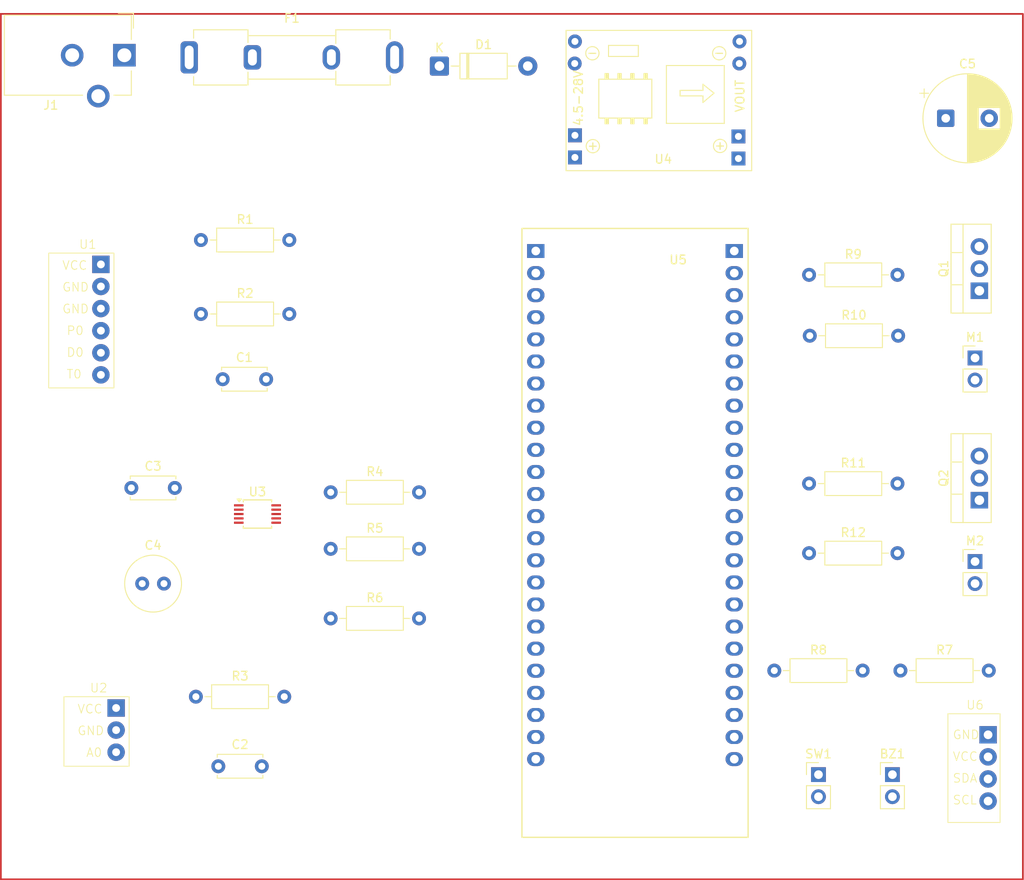
<source format=kicad_pcb>
(kicad_pcb (version 20241229) (generator "pcbnew") (generator_version "9.0")
  (layers (0 "F.Cu" signal) (2 "B.Cu" signal) (13 "F.Paste" user) (15 "B.Paste" user) (5 "F.SilkS" user "F.Silkscreen") (7 "B.SilkS" user "B.Silkscreen") (1 "F.Mask" user) (3 "B.Mask" user) (25 "Edge.Cuts" user))
  (net 0 "")
  (net 1 "GND")
  (net 2 "Net-(U3-AIN0)")
  (net 3 "Net-(U2-A0)")
  (net 4 "Net-(U3-VDD)")
  (net 5 "Net-(D1-K)")
  (net 6 "Net-(D1-A)")
  (net 7 "Net-(M1--)")
  (net 8 "Net-(Q1-G)")
  (net 9 "Net-(Q2-G)")
  (net 10 "Net-(M2--)")
  (net 11 "Net-(U1-P0)")
  (net 12 "Net-(U3-AIN1)")
  (net 13 "Net-(U3-ALERT{slash}RDY)")
  (net 14 "Net-(U3-SCL)")
  (net 15 "Net-(U3-SDA)")
  (net 16 "Net-(U5-63_IOR5A)")
  (net 17 "Net-(BZ1-+)")
  (net 18 "Net-(U5-72_IOT39B)")
  (net 19 "Net-(U5-73_IOT39A)")
  (net 20 "Net-(U5-71_IOT41A)")
  (net 21 "Net-(U5-70_IOT41B)")
  (net 45 "Net-(U5-81_IOT11B_1V8)")
  (net 50 "Net-(U5-82_IOT11A_1V8)")
  (net 63 "Net-(U4-IN-)")
  (net 64 "Net-(F1-Pad1)")
  (footprint "Connector_PinHeader_2.54mm:PinHeader_1x02_P2.54mm_Vertical" (layer "F.Cu") (at 160.5 121.46)
    (property "Reference" "SW1" (at 0 -2.38 0) (layer "F.SilkS"))
    (property "Value" "Button")
    (pad "1" thru_hole rect (at 0 0) (size 1.7 1.7) (drill 1) (layers "*.Cu" "*.Mask") (net 19 "Net-(U5-73_IOT39A)"))
    (pad "2" thru_hole circle (at 0 2.54) (size 1.7 1.7) (drill 1) (layers "*.Cu" "*.Mask") (net 1 "GND"))
  )
  (footprint "Resistor_THT:R_Axial_DIN0207_L6.3mm_D2.5mm_P10.16mm_Horizontal" (layer "F.Cu") (at 104.42 95.5)
    (property "Reference" "R5" (at 5.08 -2.37 0) (layer "F.SilkS"))
    (property "Value" "4.7k")
    (pad "1" thru_hole circle (at 0 0) (size 1.6 1.6) (drill 0.8) (layers "*.Cu" "*.Mask") (net 4 "Net-(U3-VDD)"))
    (pad "2" thru_hole circle (at 10.16 0) (size 1.6 1.6) (drill 0.8) (layers "*.Cu" "*.Mask") (net 14 "Net-(U3-SCL)"))
  )
  (footprint "Resistor_THT:R_Axial_DIN0207_L6.3mm_D2.5mm_P10.16mm_Horizontal" (layer "F.Cu") (at 169.92 109.5)
    (property "Reference" "R7" (at 5.08 -2.37 0) (layer "F.SilkS"))
    (property "Value" "100")
    (pad "1" thru_hole circle (at 0 0) (size 1.6 1.6) (drill 0.8) (layers "*.Cu" "*.Mask") (net 16 "Net-(U5-63_IOR5A)"))
    (pad "2" thru_hole circle (at 10.16 0) (size 1.6 1.6) (drill 0.8) (layers "*.Cu" "*.Mask") (net 17 "Net-(BZ1-+)"))
  )
  (footprint "Resistor_THT:R_Axial_DIN0207_L6.3mm_D2.5mm_P10.16mm_Horizontal" (layer "F.Cu") (at 155.42 109.5)
    (property "Reference" "R8" (at 5.08 -2.37 0) (layer "F.SilkS"))
    (property "Value" "10k")
    (pad "1" thru_hole circle (at 0 0) (size 1.6 1.6) (drill 0.8) (layers "*.Cu" "*.Mask") (net 18 "Net-(U5-72_IOT39B)"))
    (pad "2" thru_hole circle (at 10.16 0) (size 1.6 1.6) (drill 0.8) (layers "*.Cu" "*.Mask") (net 19 "Net-(U5-73_IOT39A)"))
  )
  (footprint "Connector_BarrelJack:BarrelJack_CUI_PJ-102AH_Horizontal" (layer "F.Cu") (at 80.7 38.75 -90)
    (property "Reference" "J1" (at 5.75 8.45 0) (layer "F.SilkS"))
    (property "Value" "Barrel_Jack_Switch")
    (pad "1" thru_hole rect (at 0 0 270) (size 2.6 2.6) (drill 1.6) (layers "*.Cu" "*.Mask") (net 64 "Net-(F1-Pad1)"))
    (pad "2" thru_hole circle (at 0 6 270) (size 2.6 2.6) (drill 1.6) (layers "*.Cu" "*.Mask") (net 63 "Net-(U4-IN-)"))
    (pad "3" thru_hole circle (at 4.7 3 270) (size 2.6 2.6) (drill 1.6) (layers "*.Cu" "*.Mask"))
  )
  (footprint "Resistor_THT:R_Axial_DIN0207_L6.3mm_D2.5mm_P10.16mm_Horizontal" (layer "F.Cu") (at 159.5 71)
    (property "Reference" "R10" (at 5.08 -2.37 0) (layer "F.SilkS"))
    (property "Value" "10k")
    (pad "1" thru_hole circle (at 0 0) (size 1.6 1.6) (drill 0.8) (layers "*.Cu" "*.Mask") (net 1 "GND"))
    (pad "2" thru_hole circle (at 10.16 0) (size 1.6 1.6) (drill 0.8) (layers "*.Cu" "*.Mask") (net 8 "Net-(Q1-G)"))
  )
  (footprint "Resistor_THT:R_Axial_DIN0207_L6.3mm_D2.5mm_P10.16mm_Horizontal" (layer "F.Cu") (at 159.42 64)
    (property "Reference" "R9" (at 5.08 -2.37 0) (layer "F.SilkS"))
    (property "Value" "100")
    (pad "1" thru_hole circle (at 0 0) (size 1.6 1.6) (drill 0.8) (layers "*.Cu" "*.Mask") (net 20 "Net-(U5-71_IOT41A)"))
    (pad "2" thru_hole circle (at 10.16 0) (size 1.6 1.6) (drill 0.8) (layers "*.Cu" "*.Mask") (net 8 "Net-(Q1-G)"))
  )
  (footprint "Resistor_THT:R_Axial_DIN0207_L6.3mm_D2.5mm_P10.16mm_Horizontal" (layer "F.Cu") (at 104.42 103.5)
    (property "Reference" "R6" (at 5.08 -2.37 0) (layer "F.SilkS"))
    (property "Value" "4.7k")
    (pad "1" thru_hole circle (at 0 0) (size 1.6 1.6) (drill 0.8) (layers "*.Cu" "*.Mask") (net 15 "Net-(U3-SDA)"))
    (pad "2" thru_hole circle (at 10.16 0) (size 1.6 1.6) (drill 0.8) (layers "*.Cu" "*.Mask") (net 4 "Net-(U3-VDD)"))
  )
  (footprint "Package_TO_SOT_THT:TO-220-3_Vertical" (layer "F.Cu") (at 179 65.83 90)
    (property "Reference" "Q1" (at 2.54 -4.1 90) (layer "F.SilkS"))
    (property "Value" "IRLZ44N")
    (pad "1" thru_hole rect (at 0 0 90) (size 1.905 2) (drill 1.1) (layers "*.Cu" "*.Mask") (net 8 "Net-(Q1-G)"))
    (pad "2" thru_hole oval (at 2.54 0 90) (size 1.905 2) (drill 1.1) (layers "*.Cu" "*.Mask") (net 7 "Net-(M1--)"))
    (pad "3" thru_hole oval (at 5.08 0 90) (size 1.905 2) (drill 1.1) (layers "*.Cu" "*.Mask") (net 1 "GND"))
  )
  (footprint "Connector_PinHeader_2.54mm:PinHeader_1x02_P2.54mm_Vertical" (layer "F.Cu") (at 178.5 73.555)
    (property "Reference" "M1" (at 0 -2.38 0) (layer "F.SilkS"))
    (property "Value" "WATERPUMP-1")
    (pad "1" thru_hole rect (at 0 0) (size 1.7 1.7) (drill 1) (layers "*.Cu" "*.Mask") (net 5 "Net-(D1-K)"))
    (pad "2" thru_hole circle (at 0 2.54) (size 1.7 1.7) (drill 1) (layers "*.Cu" "*.Mask") (net 7 "Net-(M1--)"))
  )
  (footprint "Resistor_THT:R_Axial_DIN0207_L6.3mm_D2.5mm_P10.16mm_Horizontal" (layer "F.Cu") (at 89.5 68.5)
    (property "Reference" "R2" (at 5.08 -2.37 0) (layer "F.SilkS"))
    (property "Value" "12k")
    (pad "1" thru_hole circle (at 0 0) (size 1.6 1.6) (drill 0.8) (layers "*.Cu" "*.Mask") (net 11 "Net-(U1-P0)"))
    (pad "2" thru_hole circle (at 10.16 0) (size 1.6 1.6) (drill 0.8) (layers "*.Cu" "*.Mask") (net 2 "Net-(U3-AIN0)"))
  )
  (footprint "Resistor_THT:R_Axial_DIN0207_L6.3mm_D2.5mm_P10.16mm_Horizontal" (layer "F.Cu") (at 159.42 88)
    (property "Reference" "R11" (at 5.08 -2.37 0) (layer "F.SilkS"))
    (property "Value" "100")
    (pad "1" thru_hole circle (at 0 0) (size 1.6 1.6) (drill 0.8) (layers "*.Cu" "*.Mask") (net 21 "Net-(U5-70_IOT41B)"))
    (pad "2" thru_hole circle (at 10.16 0) (size 1.6 1.6) (drill 0.8) (layers "*.Cu" "*.Mask") (net 9 "Net-(Q2-G)"))
  )
  (footprint "1_CustomFootprints:I2C-BACKPACK-LCD" (layer "F.Cu") (at 178.5 120.71)
    (property "Reference" "U6" (at 0 -7.25 0) (layer "F.SilkS") (effects (font (thickness 0.1))))
    (property "Value" "~")
    (fp_text user "GND" (at -2.62 -3.25 0) (layer "F.SilkS") (effects (font (thickness 0.1)) (justify left bottom)))
    (fp_text user "SDA" (at -2.62 1.75 0) (layer "F.SilkS") (effects (font (thickness 0.1)) (justify left bottom)))
    (fp_text user "SCL" (at -2.62 4.25 0) (layer "F.SilkS") (effects (font (thickness 0.1)) (justify left bottom)))
    (fp_text user "VCC" (at -2.62 -0.75 0) (layer "F.SilkS") (effects (font (thickness 0.1)) (justify left bottom)))
    (pad "1" thru_hole rect (at 1.5 -3.83) (size 2 2) (drill 1) (layers "*.Cu" "*.Mask") (net 50 "Net-(U5-82_IOT11A_1V8)"))
    (pad "2" thru_hole circle (at 1.5 -1.29) (size 2 2) (drill 1) (layers "*.Cu" "*.Mask") (net 45 "Net-(U5-81_IOT11B_1V8)"))
    (pad "3" thru_hole circle (at 1.5 1.25) (size 2 2) (drill 1) (layers "*.Cu" "*.Mask") (net 4 "Net-(U3-VDD)"))
    (pad "4" thru_hole circle (at 1.5 3.79) (size 2 2) (drill 1) (layers "*.Cu" "*.Mask") (net 1 "GND"))
  )
  (footprint "Capacitor_THT:C_Disc_D5.0mm_W2.5mm_P5.00mm" (layer "F.Cu") (at 91.5 120.5)
    (property "Reference" "C2" (at 2.5 -2.5 0) (layer "F.SilkS"))
    (property "Value" "0.1u")
    (pad "1" thru_hole circle (at 0 0) (size 1.6 1.6) (drill 0.8) (layers "*.Cu" "*.Mask") (net 1 "GND"))
    (pad "2" thru_hole circle (at 5 0) (size 1.6 1.6) (drill 0.8) (layers "*.Cu" "*.Mask") (net 3 "Net-(U2-A0)"))
  )
  (footprint "Resistor_THT:R_Axial_DIN0207_L6.3mm_D2.5mm_P10.16mm_Horizontal" (layer "F.Cu") (at 89.5 60)
    (property "Reference" "R1" (at 5.08 -2.37 0) (layer "F.SilkS"))
    (property "Value" "22k")
    (pad "1" thru_hole circle (at 0 0) (size 1.6 1.6) (drill 0.8) (layers "*.Cu" "*.Mask") (net 1 "GND"))
    (pad "2" thru_hole circle (at 10.16 0) (size 1.6 1.6) (drill 0.8) (layers "*.Cu" "*.Mask") (net 2 "Net-(U3-AIN0)"))
  )
  (footprint "Capacitor_THT:C_Disc_D5.0mm_W2.5mm_P5.00mm" (layer "F.Cu") (at 81.5 88.5)
    (property "Reference" "C3" (at 2.5 -2.5 0) (layer "F.SilkS"))
    (property "Value" "0.1u")
    (pad "1" thru_hole circle (at 0 0) (size 1.6 1.6) (drill 0.8) (layers "*.Cu" "*.Mask") (net 1 "GND"))
    (pad "2" thru_hole circle (at 5 0) (size 1.6 1.6) (drill 0.8) (layers "*.Cu" "*.Mask") (net 4 "Net-(U3-VDD)"))
  )
  (footprint "1_CustomFootprints:TDS-ANALOG-SENSOR" (layer "F.Cu") (at 77.5 116.5)
    (property "Reference" "U2" (at 0.25 -5 0) (layer "F.SilkS") (effects (font (thickness 0.1))))
    (property "Value" "~")
    (fp_text user "A0" (at -1.25 3 0) (layer "F.SilkS") (effects (font (thickness 0.1)) (justify left bottom)))
    (fp_text user "VCC" (at -2.25 -2 0) (layer "F.SilkS") (effects (font (thickness 0.1)) (justify left bottom)))
    (fp_text user "GND" (at -2.25 0.5 0) (layer "F.SilkS") (effects (font (thickness 0.1)) (justify left bottom)))
    (pad "1" thru_hole rect (at 2.25 -2.7) (size 2 2) (drill 0.9) (layers "*.Cu" "*.Mask") (net 5 "Net-(D1-K)"))
    (pad "2" thru_hole circle (at 2.25 -0.16) (size 2 2) (drill 0.9) (layers "*.Cu" "*.Mask") (net 1 "GND"))
    (pad "3" thru_hole circle (at 2.25 2.38) (size 2 2) (drill 0.9) (layers "*.Cu" "*.Mask"))
  )
  (footprint "Capacitor_THT:CP_Radial_D10.0mm_P5.00mm" (layer "F.Cu") (at 175.132323 46)
    (property "Reference" "C5" (at 2.5 -6.25 0) (layer "F.SilkS"))
    (property "Value" "470u")
    (pad "1" thru_hole roundrect (at 0 0) (size 2 2) (drill 1) (layers "*.Cu" "*.Mask") (roundrect_rratio 0.125) (net 1 "GND"))
    (pad "2" thru_hole circle (at 5 0) (size 2 2) (drill 1) (layers "*.Cu" "*.Mask") (net 5 "Net-(D1-K)"))
  )
  (footprint "Capacitor_THT:C_Radial_D6.3mm_H5.0mm_P2.50mm" (layer "F.Cu") (at 82.75 99.5)
    (property "Reference" "C4" (at 1.25 -4.4 0) (layer "F.SilkS"))
    (property "Value" "10u")
    (pad "1" thru_hole circle (at 0 0) (size 1.6 1.6) (drill 0.8) (layers "*.Cu" "*.Mask") (net 1 "GND"))
    (pad "2" thru_hole circle (at 2.5 0) (size 1.6 1.6) (drill 0.8) (layers "*.Cu" "*.Mask") (net 4 "Net-(U3-VDD)"))
  )
  (footprint "Package_TO_SOT_THT:TO-220-3_Vertical" (layer "F.Cu") (at 179 89.91 90)
    (property "Reference" "Q2" (at 2.54 -4.1 90) (layer "F.SilkS"))
    (property "Value" "IRLZ44N")
    (pad "1" thru_hole rect (at 0 0 90) (size 1.905 2) (drill 1.1) (layers "*.Cu" "*.Mask") (net 9 "Net-(Q2-G)"))
    (pad "2" thru_hole oval (at 2.54 0 90) (size 1.905 2) (drill 1.1) (layers "*.Cu" "*.Mask") (net 10 "Net-(M2--)"))
    (pad "3" thru_hole oval (at 5.08 0 90) (size 1.905 2) (drill 1.1) (layers "*.Cu" "*.Mask") (net 1 "GND"))
  )
  (footprint "Fuse:Fuseholder_Clip-5x20mm_Keystone_3512P_Inline_P23.62x7.27mm_D1.02x2.41x1.02x1.57mm_Horizontal" (layer "F.Cu") (at 88.15 39)
    (property "Reference" "F1" (at 11.81 -4.5 0) (layer "F.SilkS"))
    (property "Value" "Fuse")
    (pad "1" thru_hole roundrect (at 0 0) (size 2 3.7) (drill oval 1.02 2.71) (layers "*.Cu" "*.Mask") (net 64 "Net-(F1-Pad1)"))
    (pad "1" thru_hole roundrect (at 7.27 0) (size 2 2.8) (drill oval 1.02 1.87) (layers "*.Cu" "*.Mask") (net 64 "Net-(F1-Pad1)"))
    (pad "2" thru_hole oval (at 16.35 0) (size 2 2.8) (drill oval 1.02 1.87) (layers "*.Cu" "*.Mask") (net 6 "Net-(D1-A)"))
    (pad "2" thru_hole oval (at 23.62 0) (size 2 3.7) (drill oval 1.02 2.71) (layers "*.Cu" "*.Mask") (net 6 "Net-(D1-A)"))
  )
  (footprint "Diode_THT:D_DO-41_SOD81_P10.16mm_Horizontal" (layer "F.Cu") (at 116.92 40)
    (property "Reference" "D1" (at 5.08 -2.47 0) (layer "F.SilkS"))
    (property "Value" "D_Schottky")
    (fp_text user "K" (at 0 -2.1 0) (layer "F.SilkS"))
    (pad "1" thru_hole roundrect (at 0 0) (size 2.2 2.2) (drill 1.1) (layers "*.Cu" "*.Mask") (roundrect_rratio 0.113636) (net 5 "Net-(D1-K)"))
    (pad "2" thru_hole circle (at 10.16 0) (size 2.2 2.2) (drill 1.1) (layers "*.Cu" "*.Mask") (net 6 "Net-(D1-A)"))
  )
  (footprint "1_CustomFootprints:SRT_MPT1584EN_Module" (layer "F.Cu") (at 142.66 43.388)
    (property "Reference" "U4" (at 0 7.3152 180) (layer "F.SilkS"))
    (property "Value" "~")
    (fp_text user "-" (at 6.4262 -4.9276 0) (layer "F.SilkS"))
    (fp_text user "+" (at 6.5278 5.7277 0) (layer "F.SilkS"))
    (fp_text user "+" (at -8.1026 5.7531 0) (layer "F.SilkS"))
    (fp_text user "VOUT" (at 8.8138 0.0508 270) (layer "F.SilkS"))
    (fp_text user "4.5-28V" (at -9.7536 0.3048 270) (layer "F.SilkS"))
    (fp_text user "-" (at -8.1534 -4.9276 0) (layer "F.SilkS"))
    (pad "1" thru_hole rect (at -10.16 4.572 90) (size 1.6 1.6) (drill 0.8) (layers "*.Cu" "B.Mask") (net 5 "Net-(D1-K)"))
    (pad "1" thru_hole rect (at -10.16 7.112 90) (size 1.6 1.6) (drill 0.8) (layers "*.Cu" "B.Mask") (net 5 "Net-(D1-K)"))
    (pad "2" thru_hole oval (at -10.1854 -3.683 90) (size 1.6 1.6) (drill 0.8) (layers "*.Cu" "B.Mask") (net 63 "Net-(U4-IN-)"))
    (pad "2" thru_hole oval (at -10.16 -6.223 90) (size 1.6 1.6) (drill 0.8) (layers "*.Cu" "B.Mask") (net 63 "Net-(U4-IN-)"))
    (pad "3" thru_hole rect (at 8.636 4.699 90) (size 1.6 1.6) (drill 0.8) (layers "*.Cu" "B.Mask") (net 4 "Net-(U3-VDD)"))
    (pad "3" thru_hole rect (at 8.636 7.239 90) (size 1.6 1.6) (drill 0.8) (layers "*.Cu" "B.Mask") (net 4 "Net-(U3-VDD)"))
    (pad "4" thru_hole oval (at 8.7376 -3.683 90) (size 1.6 1.6) (drill 0.8) (layers "*.Cu" "B.Mask") (net 1 "GND"))
    (pad "4" thru_hole oval (at 8.763 -6.223 90) (size 1.6 1.6) (drill 0.8) (layers "*.Cu" "B.Mask") (net 1 "GND"))
  )
  (footprint "Connector_PinHeader_2.54mm:PinHeader_1x02_P2.54mm_Vertical" (layer "F.Cu") (at 178.5 96.96)
    (property "Reference" "M2" (at 0 -2.38 0) (layer "F.SilkS"))
    (property "Value" "WATERPUMP-2")
    (pad "1" thru_hole rect (at 0 0) (size 1.7 1.7) (drill 1) (layers "*.Cu" "*.Mask") (net 5 "Net-(D1-K)"))
    (pad "2" thru_hole circle (at 0 2.54) (size 1.7 1.7) (drill 1) (layers "*.Cu" "*.Mask") (net 10 "Net-(M2--)"))
  )
  (footprint "0my_project:DIP-48_TangNano9K" (layer "F.Cu") (at 139.40845 90.47 -90)
    (property "Reference" "U5" (at -28.194 -4.953 0) (layer "F.SilkS") (effects (font (thickness 0.16))))
    (property "Value" "Tang_Nano_9K" (hide yes))
    (pad "1" thru_hole rect (at -29.21 11.40845 270) (size 1.6 2) (drill 1) (layers "*.Cu" "*.Mask"))
    (pad "2" thru_hole oval (at -26.67 11.40845 270) (size 1.6 2) (drill 1) (layers "*.Cu" "*.Mask"))
    (pad "3" thru_hole oval (at -24.13 11.40845 270) (size 1.6 2) (drill 1) (layers "*.Cu" "*.Mask"))
    (pad "4" thru_hole oval (at -21.59 11.40845 270) (size 1.6 2) (drill 1) (layers "*.Cu" "*.Mask"))
    (pad "5" thru_hole oval (at -19.05 11.40845 270) (size 1.6 2) (drill 1) (layers "*.Cu" "*.Mask"))
    (pad "6" thru_hole oval (at -16.51 11.40845 270) (size 1.6 2) (drill 1) (layers "*.Cu" "*.Mask"))
    (pad "7" thru_hole oval (at -13.97 11.40845 270) (size 1.6 2) (drill 1) (layers "*.Cu" "*.Mask") (net 13 "Net-(U3-ALERT{slash}RDY)"))
    (pad "8" thru_hole oval (at -11.43 11.40845 270) (size 1.6 2) (drill 1) (layers "*.Cu" "*.Mask"))
    (pad "9" thru_hole oval (at -8.89 11.40845 270) (size 1.6 2) (drill 1) (layers "*.Cu" "*.Mask"))
    (pad "10" thru_hole oval (at -6.35 11.40845 270) (size 1.6 2) (drill 1) (layers "*.Cu" "*.Mask"))
    (pad "11" thru_hole oval (at -3.81 11.40845 270) (size 1.6 2) (drill 1) (layers "*.Cu" "*.Mask") (net 14 "Net-(U3-SCL)"))
    (pad "12" thru_hole oval (at -1.27 11.40845 270) (size 1.6 2) (drill 1) (layers "*.Cu" "*.Mask") (net 15 "Net-(U3-SDA)"))
    (pad "13" thru_hole oval (at 1.27 11.40845 270) (size 1.6 2) (drill 1) (layers "*.Cu" "*.Mask"))
    (pad "14" thru_hole oval (at 3.81 11.40845 270) (size 1.6 2) (drill 1) (layers "*.Cu" "*.Mask"))
    (pad "15" thru_hole oval (at 6.35 11.40845 270) (size 1.6 2) (drill 1) (layers "*.Cu" "*.Mask"))
    (pad "16" thru_hole oval (at 8.89 11.40845 270) (size 1.6 2) (drill 1) (layers "*.Cu" "*.Mask"))
    (pad "17" thru_hole oval (at 11.43 11.40845 270) (size 1.6 2) (drill 1) (layers "*.Cu" "*.Mask"))
    (pad "18" thru_hole oval (at 13.97 11.40845 270) (size 1.6 2) (drill 1) (layers "*.Cu" "*.Mask"))
    (pad "19" thru_hole oval (at 16.51 11.40845 270) (size 1.6 2) (drill 1) (layers "*.Cu" "*.Mask"))
    (pad "20" thru_hole oval (at 19.05 11.40845 270) (size 1.6 2) (drill 1) (layers "*.Cu" "*.Mask"))
    (pad "21" thru_hole oval (at 21.59 11.40845 270) (size 1.6 2) (drill 1) (layers "*.Cu" "*.Mask"))
    (pad "22" thru_hole oval (at 24.13 11.40845 270) (size 1.6 2) (drill 1) (layers "*.Cu" "*.Mask"))
    (pad "23" thru_hole oval (at 26.67 11.40845 270) (size 1.6 2) (drill 1) (layers "*.Cu" "*.Mask"))
    (pad "24" thru_hole oval (at 29.21 11.40845 270) (size 1.6 2) (drill 1) (layers "*.Cu" "*.Mask"))
    (pad "25" thru_hole oval (at 29.21 -11.40845 270) (size 1.6 2) (drill 1) (layers "*.Cu" "*.Mask") (net 4 "Net-(U3-VDD)"))
    (pad "26" thru_hole oval (at 26.67 -11.40845 270) (size 1.6 2) (drill 1) (layers "*.Cu" "*.Mask") (net 1 "GND"))
    (pad "27" thru_hole oval (at 24.13 -11.40845 270) (size 1.6 2) (drill 1) (layers "*.Cu" "*.Mask"))
    (pad "28" thru_hole oval (at 21.59 -11.40845 270) (size 1.6 2) (drill 1) (layers "*.Cu" "*.Mask"))
    (pad "29" thru_hole oval (at 19.05 -11.40845 270) (size 1.6 2) (drill 1) (layers "*.Cu" "*.Mask"))
    (pad "30" thru_hole oval (at 16.51 -11.40845 270) (size 1.6 2) (drill 1) (layers "*.Cu" "*.Mask"))
    (pad "31" thru_hole oval (at 13.97 -11.40845 270) (size 1.6 2) (drill 1) (layers "*.Cu" "*.Mask"))
    (pad "32" thru_hole oval (at 11.43 -11.40845 270) (size 1.6 2) (drill 1) (layers "*.Cu" "*.Mask") (net 21 "Net-(U5-70_IOT41B)"))
    (pad "33" thru_hole oval (at 8.89 -11.40845 270) (size 1.6 2) (drill 1) (layers "*.Cu" "*.Mask") (net 20 "Net-(U5-71_IOT41A)"))
    (pad "34" thru_hole oval (at 6.35 -11.40845 270) (size 1.6 2) (drill 1) (layers "*.Cu" "*.Mask") (net 18 "Net-(U5-72_IOT39B)"))
    (pad "35" thru_hole oval (at 3.81 -11.40845 270) (size 1.6 2) (drill 1) (layers "*.Cu" "*.Mask") (net 19 "Net-(U5-73_IOT39A)"))
    (pad "36" thru_hole oval (at 1.27 -11.40845 270) (size 1.6 2) (drill 1) (layers "*.Cu" "*.Mask"))
    (pad "37" thru_hole oval (at -1.27 -11.40845 270) (size 1.6 2) (drill 1) (layers "*.Cu" "*.Mask"))
    (pad "38" thru_hole oval (at -3.81 -11.40845 270) (size 1.6 2) (drill 1) (layers "*.Cu" "*.Mask"))
    (pad "39" thru_hole oval (at -6.35 -11.40845 270) (size 1.6 2) (drill 1) (layers "*.Cu" "*.Mask"))
    (pad "40" thru_hole oval (at -8.89 -11.40845 270) (size 1.6 2) (drill 1) (layers "*.Cu" "*.Mask"))
    (pad "41" thru_hole oval (at -11.43 -11.40845 270) (size 1.6 2) (drill 1) (layers "*.Cu" "*.Mask"))
    (pad "42" thru_hole oval (at -13.97 -11.40845 270) (size 1.6 2) (drill 1) (layers "*.Cu" "*.Mask") (net 45 "Net-(U5-81_IOT11B_1V8)"))
    (pad "43" thru_hole oval (at -16.51 -11.40845 270) (size 1.6 2) (drill 1) (layers "*.Cu" "*.Mask") (net 50 "Net-(U5-82_IOT11A_1V8)"))
    (pad "44" thru_hole oval (at -19.05 -11.40845 270) (size 1.6 2) (drill 1) (layers "*.Cu" "*.Mask"))
    (pad "45" thru_hole oval (at -21.59 -11.40845 270) (size 1.6 2) (drill 1) (layers "*.Cu" "*.Mask"))
    (pad "46" thru_hole oval (at -24.13 -11.40845 270) (size 1.6 2) (drill 1) (layers "*.Cu" "*.Mask"))
    (pad "47" thru_hole oval (at -26.67 -11.40845 270) (size 1.6 2) (drill 1) (layers "*.Cu" "*.Mask"))
    (pad "48" thru_hole rect (at -29.21 -11.40845 270) (size 1.6 2) (drill 1) (layers "*.Cu" "*.Mask") (net 16 "Net-(U5-63_IOR5A)"))
  )
  (footprint "Resistor_THT:R_Axial_DIN0207_L6.3mm_D2.5mm_P10.16mm_Horizontal" (layer "F.Cu") (at 88.92 112.5)
    (property "Reference" "R3" (at 5.08 -2.37 0) (layer "F.SilkS"))
    (property "Value" "1k")
    (pad "1" thru_hole circle (at 0 0) (size 1.6 1.6) (drill 0.8) (layers "*.Cu" "*.Mask") (net 12 "Net-(U3-AIN1)"))
    (pad "2" thru_hole circle (at 10.16 0) (size 1.6 1.6) (drill 0.8) (layers "*.Cu" "*.Mask") (net 3 "Net-(U2-A0)"))
  )
  (footprint "1_CustomFootprints:PH-4502C" (layer "F.Cu") (at 76 69)
    (property "Reference" "U1" (at 0.5 -8.5 0) (layer "F.SilkS") (effects (font (thickness 0.1))))
    (property "Value" "~")
    (fp_text user "T0" (at -2 7 0) (layer "F.SilkS") (effects (font (thickness 0.1)) (justify left bottom)))
    (fp_text user "D0" (at -2 4.5 0) (layer "F.SilkS") (effects (font (thickness 0.1)) (justify left bottom)))
    (fp_text user "P0" (at -2 2 0) (layer "F.SilkS") (effects (font (thickness 0.1)) (justify left bottom)))
    (fp_text user "VCC" (at -2.5 -5.5 0) (layer "F.SilkS") (effects (font (thickness 0.1)) (justify left bottom)))
    (fp_text user "GND" (at -2.5 -3 0) (layer "F.SilkS") (effects (font (thickness 0.1)) (justify left bottom)))
    (fp_text user "GND" (at -2.5 -0.5 0) (layer "F.SilkS") (effects (font (thickness 0.1)) (justify left bottom)))
    (pad "1" thru_hole rect (at 2 -6.2) (size 2 2) (drill 0.9) (layers "*.Cu" "*.Mask"))
    (pad "2" thru_hole circle (at 2 -3.66) (size 2 2) (drill 0.9) (layers "*.Cu" "*.Mask"))
    (pad "3" thru_hole circle (at 2 -1.12) (size 2 2) (drill 0.9) (layers "*.Cu" "*.Mask") (net 11 "Net-(U1-P0)"))
    (pad "4" thru_hole circle (at 2 1.42) (size 2 2) (drill 0.9) (layers "*.Cu" "*.Mask"))
    (pad "5" thru_hole circle (at 2 3.96) (size 2 2) (drill 0.9) (layers "*.Cu" "*.Mask") (net 1 "GND"))
    (pad "6" thru_hole circle (at 2 6.5) (size 2 2) (drill 0.9) (layers "*.Cu" "*.Mask") (net 5 "Net-(D1-K)"))
  )
  (footprint "Resistor_THT:R_Axial_DIN0207_L6.3mm_D2.5mm_P10.16mm_Horizontal" (layer "F.Cu") (at 104.42 89)
    (property "Reference" "R4" (at 5.08 -2.37 0) (layer "F.SilkS"))
    (property "Value" "4.7k")
    (pad "1" thru_hole circle (at 0 0) (size 1.6 1.6) (drill 0.8) (layers "*.Cu" "*.Mask") (net 4 "Net-(U3-VDD)"))
    (pad "2" thru_hole circle (at 10.16 0) (size 1.6 1.6) (drill 0.8) (layers "*.Cu" "*.Mask") (net 13 "Net-(U3-ALERT{slash}RDY)"))
  )
  (footprint "Capacitor_THT:C_Disc_D5.0mm_W2.5mm_P5.00mm" (layer "F.Cu") (at 92 76)
    (property "Reference" "C1" (at 2.5 -2.5 0) (layer "F.SilkS"))
    (property "Value" "0.1u")
    (pad "1" thru_hole circle (at 0 0) (size 1.6 1.6) (drill 0.8) (layers "*.Cu" "*.Mask") (net 1 "GND"))
    (pad "2" thru_hole circle (at 5 0) (size 1.6 1.6) (drill 0.8) (layers "*.Cu" "*.Mask") (net 2 "Net-(U3-AIN0)"))
  )
  (footprint "Connector_PinHeader_2.54mm:PinHeader_1x02_P2.54mm_Vertical" (layer "F.Cu") (at 169 121.46)
    (property "Reference" "BZ1" (at 0 -2.38 0) (layer "F.SilkS"))
    (property "Value" "Buzzer")
    (pad "1" thru_hole rect (at 0 0) (size 1.7 1.7) (drill 1) (layers "*.Cu" "*.Mask") (net 17 "Net-(BZ1-+)"))
    (pad "2" thru_hole circle (at 0 2.54) (size 1.7 1.7) (drill 1) (layers "*.Cu" "*.Mask") (net 1 "GND"))
  )
  (footprint "Package_SO:TSSOP-10_3x3mm_P0.5mm" (layer "F.Cu") (at 96 91.5)
    (property "Reference" "U3" (at 0 -2.55 0) (layer "F.SilkS"))
    (property "Value" "ADS1115IDGS")
    (pad "1" smd rect (at -2.15 -1) (size 1.1 0.25) (layers "F.Cu" "F.Mask" "F.Paste") (net 1 "GND"))
    (pad "2" smd rect (at -2.15 -0.5) (size 1.1 0.25) (layers "F.Cu" "F.Mask" "F.Paste") (net 13 "Net-(U3-ALERT{slash}RDY)"))
    (pad "3" smd rect (at -2.15 0) (size 1.1 0.25) (layers "F.Cu" "F.Mask" "F.Paste") (net 1 "GND"))
    (pad "4" smd rect (at -2.15 0.5) (size 1.1 0.25) (layers "F.Cu" "F.Mask" "F.Paste") (net 2 "Net-(U3-AIN0)"))
    (pad "5" smd rect (at -2.15 1) (size 1.1 0.25) (layers "F.Cu" "F.Mask" "F.Paste") (net 12 "Net-(U3-AIN1)"))
    (pad "6" smd rect (at 2.15 1) (size 1.1 0.25) (layers "F.Cu" "F.Mask" "F.Paste"))
    (pad "7" smd rect (at 2.15 0.5) (size 1.1 0.25) (layers "F.Cu" "F.Mask" "F.Paste"))
    (pad "8" smd rect (at 2.15 0) (size 1.1 0.25) (layers "F.Cu" "F.Mask" "F.Paste") (net 4 "Net-(U3-VDD)"))
    (pad "9" smd rect (at 2.15 -0.5) (size 1.1 0.25) (layers "F.Cu" "F.Mask" "F.Paste") (net 15 "Net-(U3-SDA)"))
    (pad "10" smd rect (at 2.15 -1) (size 1.1 0.25) (layers "F.Cu" "F.Mask" "F.Paste") (net 14 "Net-(U3-SCL)"))
  )
  (footprint "Resistor_THT:R_Axial_DIN0207_L6.3mm_D2.5mm_P10.16mm_Horizontal" (layer "F.Cu") (at 159.42 96)
    (property "Reference" "R12" (at 5.08 -2.37 0) (layer "F.SilkS"))
    (property "Value" "10k")
    (pad "1" thru_hole circle (at 0 0) (size 1.6 1.6) (drill 0.8) (layers "*.Cu" "*.Mask") (net 9 "Net-(Q2-G)"))
    (pad "2" thru_hole circle (at 10.16 0) (size 1.6 1.6) (drill 0.8) (layers "*.Cu" "*.Mask") (net 1 "GND"))
  )
  (gr_rect (start 66.5 34) (end 184 133.5) (stroke (width 0.2)) (fill no) (layer "F.Cu"))
)
</source>
